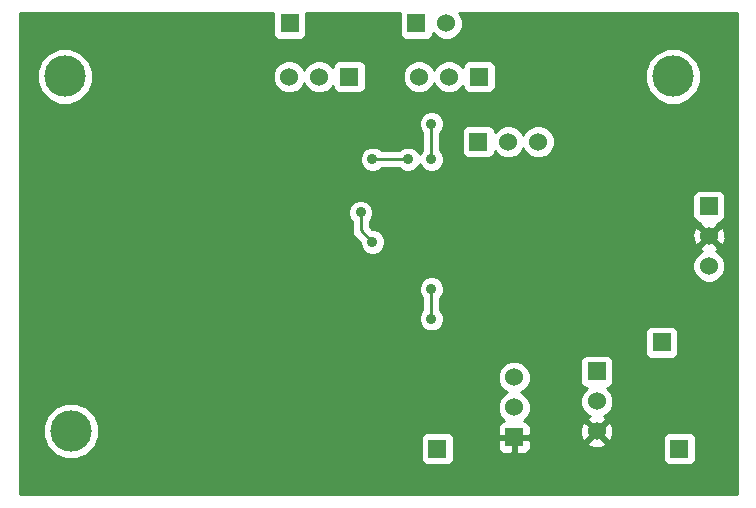
<source format=gbl>
%FSLAX34Y34*%
G04 Gerber Fmt 3.4, Leading zero omitted, Abs format*
G04 (created by PCBNEW (2014-02-26 BZR 4721)-product) date Monday, 21 March 2016 14:49:10*
%MOIN*%
G01*
G70*
G90*
G04 APERTURE LIST*
%ADD10C,0.005906*%
%ADD11R,0.060000X0.060000*%
%ADD12C,0.060000*%
%ADD13C,0.137795*%
%ADD14C,0.035000*%
%ADD15C,0.010000*%
G04 APERTURE END LIST*
G54D10*
G54D11*
X65944Y-38763D03*
G54D12*
X65944Y-39763D03*
X65944Y-40763D03*
G54D11*
X56889Y-46850D03*
X64960Y-46850D03*
X64370Y-43307D03*
X51968Y-32677D03*
X59448Y-46472D03*
G54D12*
X59448Y-45472D03*
X59448Y-44472D03*
G54D11*
X62204Y-44275D03*
G54D12*
X62204Y-45275D03*
X62204Y-46275D03*
G54D11*
X53952Y-34448D03*
G54D12*
X52952Y-34448D03*
X51952Y-34448D03*
G54D11*
X58251Y-36614D03*
G54D12*
X59251Y-36614D03*
X60251Y-36614D03*
G54D11*
X58283Y-34448D03*
G54D12*
X57283Y-34448D03*
X56283Y-34448D03*
G54D11*
X56192Y-32677D03*
G54D12*
X57192Y-32677D03*
G54D13*
X44472Y-34444D03*
X44669Y-46255D03*
X64748Y-34444D03*
G54D14*
X61023Y-39960D03*
X57874Y-41535D03*
X57283Y-41535D03*
X54724Y-42322D03*
X53149Y-45669D03*
X47440Y-44094D03*
X47047Y-37007D03*
X57480Y-37401D03*
X55905Y-37204D03*
X54724Y-37204D03*
X54330Y-38976D03*
X54724Y-39960D03*
X56692Y-41535D03*
X56692Y-42519D03*
X56692Y-36023D03*
X56692Y-37204D03*
G54D15*
X54724Y-37204D02*
X55905Y-37204D01*
X54330Y-39566D02*
X54330Y-38976D01*
X54724Y-39960D02*
X54330Y-39566D01*
X56692Y-42519D02*
X56692Y-41535D01*
X56692Y-37204D02*
X56692Y-36023D01*
G54D10*
G36*
X66879Y-48375D02*
X66499Y-48375D01*
X66499Y-39845D01*
X66494Y-39750D01*
X66494Y-39113D01*
X66494Y-39014D01*
X66494Y-38414D01*
X66456Y-38322D01*
X66386Y-38251D01*
X66294Y-38213D01*
X66195Y-38213D01*
X65687Y-38213D01*
X65687Y-34258D01*
X65544Y-33913D01*
X65280Y-33649D01*
X64935Y-33506D01*
X64562Y-33505D01*
X64216Y-33648D01*
X63952Y-33912D01*
X63809Y-34257D01*
X63808Y-34630D01*
X63951Y-34976D01*
X64215Y-35240D01*
X64560Y-35383D01*
X64933Y-35384D01*
X65279Y-35241D01*
X65543Y-34977D01*
X65686Y-34632D01*
X65687Y-34258D01*
X65687Y-38213D01*
X65595Y-38213D01*
X65503Y-38251D01*
X65432Y-38322D01*
X65394Y-38414D01*
X65394Y-38513D01*
X65394Y-39113D01*
X65432Y-39205D01*
X65503Y-39275D01*
X65595Y-39313D01*
X65648Y-39313D01*
X65629Y-39377D01*
X65944Y-39693D01*
X66260Y-39377D01*
X66241Y-39313D01*
X66294Y-39313D01*
X66386Y-39275D01*
X66456Y-39205D01*
X66494Y-39113D01*
X66494Y-39750D01*
X66488Y-39627D01*
X66426Y-39475D01*
X66330Y-39448D01*
X66015Y-39763D01*
X66330Y-40078D01*
X66426Y-40051D01*
X66499Y-39845D01*
X66499Y-48375D01*
X66494Y-48375D01*
X66494Y-40654D01*
X66411Y-40452D01*
X66256Y-40297D01*
X66181Y-40266D01*
X66232Y-40245D01*
X66260Y-40149D01*
X65944Y-39834D01*
X65874Y-39905D01*
X65874Y-39763D01*
X65558Y-39448D01*
X65463Y-39475D01*
X65390Y-39682D01*
X65401Y-39900D01*
X65463Y-40051D01*
X65558Y-40078D01*
X65874Y-39763D01*
X65874Y-39905D01*
X65629Y-40149D01*
X65657Y-40245D01*
X65712Y-40264D01*
X65633Y-40297D01*
X65478Y-40451D01*
X65394Y-40653D01*
X65394Y-40872D01*
X65478Y-41074D01*
X65632Y-41229D01*
X65835Y-41313D01*
X66053Y-41313D01*
X66256Y-41230D01*
X66410Y-41075D01*
X66494Y-40873D01*
X66494Y-40654D01*
X66494Y-48375D01*
X65510Y-48375D01*
X65510Y-47200D01*
X65510Y-47100D01*
X65510Y-46500D01*
X65472Y-46408D01*
X65402Y-46338D01*
X65310Y-46300D01*
X65210Y-46300D01*
X64920Y-46300D01*
X64920Y-43656D01*
X64920Y-43557D01*
X64920Y-42957D01*
X64882Y-42865D01*
X64811Y-42795D01*
X64719Y-42757D01*
X64620Y-42757D01*
X64020Y-42757D01*
X63928Y-42795D01*
X63858Y-42865D01*
X63820Y-42957D01*
X63820Y-43056D01*
X63820Y-43656D01*
X63858Y-43748D01*
X63928Y-43819D01*
X64020Y-43857D01*
X64119Y-43857D01*
X64719Y-43857D01*
X64811Y-43819D01*
X64882Y-43748D01*
X64920Y-43656D01*
X64920Y-46300D01*
X64610Y-46300D01*
X64519Y-46338D01*
X64448Y-46408D01*
X64410Y-46500D01*
X64410Y-46600D01*
X64410Y-47200D01*
X64448Y-47292D01*
X64519Y-47362D01*
X64610Y-47400D01*
X64710Y-47400D01*
X65310Y-47400D01*
X65402Y-47362D01*
X65472Y-47292D01*
X65510Y-47200D01*
X65510Y-48375D01*
X62759Y-48375D01*
X62759Y-46357D01*
X62754Y-46263D01*
X62754Y-45166D01*
X62671Y-44964D01*
X62532Y-44825D01*
X62554Y-44825D01*
X62646Y-44787D01*
X62716Y-44717D01*
X62754Y-44625D01*
X62754Y-44525D01*
X62754Y-43925D01*
X62716Y-43833D01*
X62646Y-43763D01*
X62554Y-43725D01*
X62454Y-43725D01*
X61854Y-43725D01*
X61763Y-43763D01*
X61692Y-43833D01*
X61654Y-43925D01*
X61654Y-44025D01*
X61654Y-44625D01*
X61692Y-44717D01*
X61763Y-44787D01*
X61854Y-44825D01*
X61877Y-44825D01*
X61738Y-44963D01*
X61654Y-45165D01*
X61654Y-45384D01*
X61738Y-45586D01*
X61892Y-45741D01*
X61968Y-45772D01*
X61916Y-45794D01*
X61889Y-45889D01*
X62204Y-46204D01*
X62519Y-45889D01*
X62492Y-45794D01*
X62437Y-45774D01*
X62515Y-45742D01*
X62670Y-45587D01*
X62754Y-45385D01*
X62754Y-45166D01*
X62754Y-46263D01*
X62748Y-46138D01*
X62685Y-45987D01*
X62590Y-45960D01*
X62275Y-46275D01*
X62590Y-46590D01*
X62685Y-46563D01*
X62759Y-46357D01*
X62759Y-48375D01*
X62519Y-48375D01*
X62519Y-46661D01*
X62204Y-46346D01*
X62134Y-46417D01*
X62134Y-46275D01*
X61818Y-45960D01*
X61723Y-45987D01*
X61649Y-46193D01*
X61660Y-46412D01*
X61723Y-46563D01*
X61818Y-46590D01*
X62134Y-46275D01*
X62134Y-46417D01*
X61889Y-46661D01*
X61916Y-46756D01*
X62122Y-46830D01*
X62341Y-46819D01*
X62492Y-46756D01*
X62519Y-46661D01*
X62519Y-48375D01*
X60802Y-48375D01*
X60802Y-36505D01*
X60718Y-36303D01*
X60563Y-36148D01*
X60361Y-36064D01*
X60143Y-36064D01*
X59940Y-36147D01*
X59785Y-36302D01*
X59751Y-36384D01*
X59718Y-36303D01*
X59563Y-36148D01*
X59361Y-36064D01*
X59143Y-36064D01*
X58940Y-36147D01*
X58833Y-36254D01*
X58833Y-34798D01*
X58833Y-34699D01*
X58833Y-34099D01*
X58795Y-34007D01*
X58725Y-33936D01*
X58633Y-33898D01*
X58533Y-33898D01*
X57933Y-33898D01*
X57841Y-33936D01*
X57771Y-34007D01*
X57733Y-34099D01*
X57733Y-34121D01*
X57595Y-33982D01*
X57393Y-33898D01*
X57174Y-33898D01*
X56972Y-33982D01*
X56817Y-34136D01*
X56783Y-34218D01*
X56750Y-34137D01*
X56595Y-33982D01*
X56393Y-33898D01*
X56174Y-33898D01*
X55972Y-33982D01*
X55817Y-34136D01*
X55733Y-34338D01*
X55733Y-34557D01*
X55816Y-34759D01*
X55971Y-34914D01*
X56173Y-34998D01*
X56392Y-34998D01*
X56594Y-34915D01*
X56749Y-34760D01*
X56783Y-34678D01*
X56816Y-34759D01*
X56971Y-34914D01*
X57173Y-34998D01*
X57392Y-34998D01*
X57594Y-34915D01*
X57733Y-34776D01*
X57733Y-34798D01*
X57771Y-34890D01*
X57841Y-34960D01*
X57933Y-34998D01*
X58033Y-34998D01*
X58633Y-34998D01*
X58725Y-34960D01*
X58795Y-34890D01*
X58833Y-34798D01*
X58833Y-36254D01*
X58801Y-36286D01*
X58801Y-36264D01*
X58763Y-36172D01*
X58693Y-36102D01*
X58601Y-36064D01*
X58502Y-36064D01*
X57902Y-36064D01*
X57810Y-36102D01*
X57740Y-36172D01*
X57701Y-36264D01*
X57701Y-36363D01*
X57701Y-36963D01*
X57740Y-37055D01*
X57810Y-37126D01*
X57902Y-37164D01*
X58001Y-37164D01*
X58601Y-37164D01*
X58693Y-37126D01*
X58763Y-37055D01*
X58801Y-36963D01*
X58801Y-36941D01*
X58940Y-37080D01*
X59142Y-37164D01*
X59360Y-37164D01*
X59563Y-37080D01*
X59717Y-36926D01*
X59751Y-36844D01*
X59785Y-36925D01*
X59940Y-37080D01*
X60142Y-37164D01*
X60360Y-37164D01*
X60563Y-37080D01*
X60717Y-36926D01*
X60801Y-36724D01*
X60802Y-36505D01*
X60802Y-48375D01*
X59998Y-48375D01*
X59998Y-45363D01*
X59915Y-45161D01*
X59760Y-45006D01*
X59678Y-44972D01*
X59759Y-44938D01*
X59914Y-44784D01*
X59998Y-44582D01*
X59998Y-44363D01*
X59915Y-44161D01*
X59760Y-44006D01*
X59558Y-43922D01*
X59339Y-43922D01*
X59137Y-44005D01*
X58982Y-44160D01*
X58898Y-44362D01*
X58898Y-44581D01*
X58982Y-44783D01*
X59136Y-44938D01*
X59218Y-44972D01*
X59137Y-45005D01*
X58982Y-45160D01*
X58898Y-45362D01*
X58898Y-45581D01*
X58982Y-45783D01*
X59120Y-45922D01*
X59099Y-45922D01*
X59007Y-45960D01*
X58936Y-46030D01*
X58898Y-46122D01*
X58898Y-46359D01*
X58961Y-46422D01*
X59398Y-46422D01*
X59398Y-46414D01*
X59498Y-46414D01*
X59498Y-46422D01*
X59936Y-46422D01*
X59998Y-46359D01*
X59998Y-46122D01*
X59960Y-46030D01*
X59890Y-45960D01*
X59798Y-45922D01*
X59776Y-45922D01*
X59914Y-45784D01*
X59998Y-45582D01*
X59998Y-45363D01*
X59998Y-48375D01*
X59998Y-48375D01*
X59998Y-46822D01*
X59998Y-46584D01*
X59936Y-46522D01*
X59498Y-46522D01*
X59498Y-46959D01*
X59561Y-47022D01*
X59699Y-47022D01*
X59798Y-47022D01*
X59890Y-46984D01*
X59960Y-46914D01*
X59998Y-46822D01*
X59998Y-48375D01*
X59398Y-48375D01*
X59398Y-46959D01*
X59398Y-46522D01*
X58961Y-46522D01*
X58898Y-46584D01*
X58898Y-46822D01*
X58936Y-46914D01*
X59007Y-46984D01*
X59099Y-47022D01*
X59198Y-47022D01*
X59336Y-47022D01*
X59398Y-46959D01*
X59398Y-48375D01*
X57439Y-48375D01*
X57439Y-47200D01*
X57439Y-47100D01*
X57439Y-46500D01*
X57401Y-46408D01*
X57331Y-46338D01*
X57239Y-46300D01*
X57140Y-46300D01*
X57117Y-46300D01*
X57117Y-42435D01*
X57053Y-42279D01*
X56992Y-42218D01*
X56992Y-41836D01*
X57053Y-41776D01*
X57117Y-41620D01*
X57117Y-41451D01*
X57117Y-37120D01*
X57053Y-36964D01*
X56992Y-36903D01*
X56992Y-36324D01*
X57053Y-36264D01*
X57117Y-36108D01*
X57117Y-35939D01*
X57053Y-35783D01*
X56933Y-35663D01*
X56777Y-35598D01*
X56608Y-35598D01*
X56452Y-35663D01*
X56332Y-35782D01*
X56267Y-35938D01*
X56267Y-36107D01*
X56332Y-36264D01*
X56392Y-36324D01*
X56392Y-36903D01*
X56332Y-36963D01*
X56299Y-37044D01*
X56266Y-36964D01*
X56146Y-36844D01*
X55990Y-36779D01*
X55821Y-36779D01*
X55665Y-36844D01*
X55604Y-36904D01*
X55025Y-36904D01*
X54965Y-36844D01*
X54809Y-36779D01*
X54640Y-36779D01*
X54502Y-36836D01*
X54502Y-34798D01*
X54502Y-34699D01*
X54502Y-34099D01*
X54464Y-34007D01*
X54394Y-33936D01*
X54302Y-33898D01*
X54203Y-33898D01*
X53603Y-33898D01*
X53511Y-33936D01*
X53440Y-34007D01*
X53402Y-34099D01*
X53402Y-34121D01*
X53264Y-33982D01*
X53062Y-33898D01*
X52843Y-33898D01*
X52641Y-33982D01*
X52486Y-34136D01*
X52452Y-34218D01*
X52419Y-34137D01*
X52264Y-33982D01*
X52062Y-33898D01*
X51843Y-33898D01*
X51641Y-33982D01*
X51486Y-34136D01*
X51402Y-34338D01*
X51402Y-34557D01*
X51486Y-34759D01*
X51640Y-34914D01*
X51842Y-34998D01*
X52061Y-34998D01*
X52263Y-34915D01*
X52418Y-34760D01*
X52452Y-34678D01*
X52486Y-34759D01*
X52640Y-34914D01*
X52842Y-34998D01*
X53061Y-34998D01*
X53263Y-34915D01*
X53402Y-34776D01*
X53402Y-34798D01*
X53440Y-34890D01*
X53511Y-34960D01*
X53603Y-34998D01*
X53702Y-34998D01*
X54302Y-34998D01*
X54394Y-34960D01*
X54464Y-34890D01*
X54502Y-34798D01*
X54502Y-36836D01*
X54483Y-36844D01*
X54364Y-36963D01*
X54299Y-37119D01*
X54299Y-37288D01*
X54363Y-37445D01*
X54483Y-37564D01*
X54639Y-37629D01*
X54808Y-37629D01*
X54964Y-37565D01*
X55025Y-37504D01*
X55604Y-37504D01*
X55664Y-37564D01*
X55820Y-37629D01*
X55989Y-37629D01*
X56145Y-37565D01*
X56265Y-37445D01*
X56299Y-37364D01*
X56332Y-37445D01*
X56451Y-37564D01*
X56608Y-37629D01*
X56777Y-37629D01*
X56933Y-37565D01*
X57053Y-37445D01*
X57117Y-37289D01*
X57117Y-37120D01*
X57117Y-41451D01*
X57053Y-41295D01*
X56933Y-41175D01*
X56777Y-41110D01*
X56608Y-41110D01*
X56452Y-41174D01*
X56332Y-41294D01*
X56267Y-41450D01*
X56267Y-41619D01*
X56332Y-41775D01*
X56392Y-41836D01*
X56392Y-42218D01*
X56332Y-42278D01*
X56267Y-42434D01*
X56267Y-42603D01*
X56332Y-42760D01*
X56451Y-42879D01*
X56608Y-42944D01*
X56777Y-42944D01*
X56933Y-42880D01*
X57053Y-42760D01*
X57117Y-42604D01*
X57117Y-42435D01*
X57117Y-46300D01*
X56540Y-46300D01*
X56448Y-46338D01*
X56377Y-46408D01*
X56339Y-46500D01*
X56339Y-46600D01*
X56339Y-47200D01*
X56377Y-47292D01*
X56448Y-47362D01*
X56540Y-47400D01*
X56639Y-47400D01*
X57239Y-47400D01*
X57331Y-47362D01*
X57401Y-47292D01*
X57439Y-47200D01*
X57439Y-48375D01*
X55149Y-48375D01*
X55149Y-39876D01*
X55084Y-39720D01*
X54965Y-39600D01*
X54809Y-39535D01*
X54723Y-39535D01*
X54630Y-39442D01*
X54630Y-39277D01*
X54690Y-39217D01*
X54755Y-39061D01*
X54755Y-38892D01*
X54691Y-38735D01*
X54571Y-38616D01*
X54415Y-38551D01*
X54246Y-38551D01*
X54090Y-38615D01*
X53970Y-38735D01*
X53905Y-38891D01*
X53905Y-39060D01*
X53970Y-39216D01*
X54030Y-39277D01*
X54030Y-39566D01*
X54053Y-39681D01*
X54118Y-39779D01*
X54299Y-39959D01*
X54299Y-40044D01*
X54363Y-40201D01*
X54483Y-40320D01*
X54639Y-40385D01*
X54808Y-40385D01*
X54964Y-40321D01*
X55084Y-40201D01*
X55149Y-40045D01*
X55149Y-39876D01*
X55149Y-48375D01*
X45608Y-48375D01*
X45608Y-46069D01*
X45465Y-45724D01*
X45411Y-45670D01*
X45411Y-34258D01*
X45268Y-33913D01*
X45005Y-33649D01*
X44660Y-33506D01*
X44286Y-33505D01*
X43941Y-33648D01*
X43676Y-33912D01*
X43533Y-34257D01*
X43533Y-34630D01*
X43675Y-34976D01*
X43939Y-35240D01*
X44284Y-35383D01*
X44658Y-35384D01*
X45003Y-35241D01*
X45268Y-34977D01*
X45411Y-34632D01*
X45411Y-34258D01*
X45411Y-45670D01*
X45201Y-45460D01*
X44856Y-45317D01*
X44483Y-45316D01*
X44138Y-45459D01*
X43873Y-45723D01*
X43730Y-46068D01*
X43730Y-46441D01*
X43872Y-46787D01*
X44136Y-47051D01*
X44481Y-47194D01*
X44855Y-47195D01*
X45200Y-47052D01*
X45464Y-46788D01*
X45608Y-46443D01*
X45608Y-46069D01*
X45608Y-48375D01*
X42963Y-48375D01*
X42963Y-32333D01*
X51418Y-32333D01*
X51418Y-32426D01*
X51418Y-33026D01*
X51456Y-33118D01*
X51526Y-33189D01*
X51618Y-33227D01*
X51718Y-33227D01*
X52318Y-33227D01*
X52410Y-33189D01*
X52480Y-33118D01*
X52518Y-33026D01*
X52518Y-32927D01*
X52518Y-32333D01*
X55642Y-32333D01*
X55642Y-32426D01*
X55642Y-33026D01*
X55680Y-33118D01*
X55751Y-33189D01*
X55843Y-33227D01*
X55942Y-33227D01*
X56542Y-33227D01*
X56634Y-33189D01*
X56704Y-33118D01*
X56742Y-33026D01*
X56742Y-33004D01*
X56880Y-33143D01*
X57083Y-33227D01*
X57301Y-33227D01*
X57504Y-33143D01*
X57658Y-32989D01*
X57742Y-32787D01*
X57743Y-32568D01*
X57659Y-32366D01*
X57626Y-32333D01*
X66879Y-32333D01*
X66879Y-48375D01*
X66879Y-48375D01*
G37*
G54D15*
X66879Y-48375D02*
X66499Y-48375D01*
X66499Y-39845D01*
X66494Y-39750D01*
X66494Y-39113D01*
X66494Y-39014D01*
X66494Y-38414D01*
X66456Y-38322D01*
X66386Y-38251D01*
X66294Y-38213D01*
X66195Y-38213D01*
X65687Y-38213D01*
X65687Y-34258D01*
X65544Y-33913D01*
X65280Y-33649D01*
X64935Y-33506D01*
X64562Y-33505D01*
X64216Y-33648D01*
X63952Y-33912D01*
X63809Y-34257D01*
X63808Y-34630D01*
X63951Y-34976D01*
X64215Y-35240D01*
X64560Y-35383D01*
X64933Y-35384D01*
X65279Y-35241D01*
X65543Y-34977D01*
X65686Y-34632D01*
X65687Y-34258D01*
X65687Y-38213D01*
X65595Y-38213D01*
X65503Y-38251D01*
X65432Y-38322D01*
X65394Y-38414D01*
X65394Y-38513D01*
X65394Y-39113D01*
X65432Y-39205D01*
X65503Y-39275D01*
X65595Y-39313D01*
X65648Y-39313D01*
X65629Y-39377D01*
X65944Y-39693D01*
X66260Y-39377D01*
X66241Y-39313D01*
X66294Y-39313D01*
X66386Y-39275D01*
X66456Y-39205D01*
X66494Y-39113D01*
X66494Y-39750D01*
X66488Y-39627D01*
X66426Y-39475D01*
X66330Y-39448D01*
X66015Y-39763D01*
X66330Y-40078D01*
X66426Y-40051D01*
X66499Y-39845D01*
X66499Y-48375D01*
X66494Y-48375D01*
X66494Y-40654D01*
X66411Y-40452D01*
X66256Y-40297D01*
X66181Y-40266D01*
X66232Y-40245D01*
X66260Y-40149D01*
X65944Y-39834D01*
X65874Y-39905D01*
X65874Y-39763D01*
X65558Y-39448D01*
X65463Y-39475D01*
X65390Y-39682D01*
X65401Y-39900D01*
X65463Y-40051D01*
X65558Y-40078D01*
X65874Y-39763D01*
X65874Y-39905D01*
X65629Y-40149D01*
X65657Y-40245D01*
X65712Y-40264D01*
X65633Y-40297D01*
X65478Y-40451D01*
X65394Y-40653D01*
X65394Y-40872D01*
X65478Y-41074D01*
X65632Y-41229D01*
X65835Y-41313D01*
X66053Y-41313D01*
X66256Y-41230D01*
X66410Y-41075D01*
X66494Y-40873D01*
X66494Y-40654D01*
X66494Y-48375D01*
X65510Y-48375D01*
X65510Y-47200D01*
X65510Y-47100D01*
X65510Y-46500D01*
X65472Y-46408D01*
X65402Y-46338D01*
X65310Y-46300D01*
X65210Y-46300D01*
X64920Y-46300D01*
X64920Y-43656D01*
X64920Y-43557D01*
X64920Y-42957D01*
X64882Y-42865D01*
X64811Y-42795D01*
X64719Y-42757D01*
X64620Y-42757D01*
X64020Y-42757D01*
X63928Y-42795D01*
X63858Y-42865D01*
X63820Y-42957D01*
X63820Y-43056D01*
X63820Y-43656D01*
X63858Y-43748D01*
X63928Y-43819D01*
X64020Y-43857D01*
X64119Y-43857D01*
X64719Y-43857D01*
X64811Y-43819D01*
X64882Y-43748D01*
X64920Y-43656D01*
X64920Y-46300D01*
X64610Y-46300D01*
X64519Y-46338D01*
X64448Y-46408D01*
X64410Y-46500D01*
X64410Y-46600D01*
X64410Y-47200D01*
X64448Y-47292D01*
X64519Y-47362D01*
X64610Y-47400D01*
X64710Y-47400D01*
X65310Y-47400D01*
X65402Y-47362D01*
X65472Y-47292D01*
X65510Y-47200D01*
X65510Y-48375D01*
X62759Y-48375D01*
X62759Y-46357D01*
X62754Y-46263D01*
X62754Y-45166D01*
X62671Y-44964D01*
X62532Y-44825D01*
X62554Y-44825D01*
X62646Y-44787D01*
X62716Y-44717D01*
X62754Y-44625D01*
X62754Y-44525D01*
X62754Y-43925D01*
X62716Y-43833D01*
X62646Y-43763D01*
X62554Y-43725D01*
X62454Y-43725D01*
X61854Y-43725D01*
X61763Y-43763D01*
X61692Y-43833D01*
X61654Y-43925D01*
X61654Y-44025D01*
X61654Y-44625D01*
X61692Y-44717D01*
X61763Y-44787D01*
X61854Y-44825D01*
X61877Y-44825D01*
X61738Y-44963D01*
X61654Y-45165D01*
X61654Y-45384D01*
X61738Y-45586D01*
X61892Y-45741D01*
X61968Y-45772D01*
X61916Y-45794D01*
X61889Y-45889D01*
X62204Y-46204D01*
X62519Y-45889D01*
X62492Y-45794D01*
X62437Y-45774D01*
X62515Y-45742D01*
X62670Y-45587D01*
X62754Y-45385D01*
X62754Y-45166D01*
X62754Y-46263D01*
X62748Y-46138D01*
X62685Y-45987D01*
X62590Y-45960D01*
X62275Y-46275D01*
X62590Y-46590D01*
X62685Y-46563D01*
X62759Y-46357D01*
X62759Y-48375D01*
X62519Y-48375D01*
X62519Y-46661D01*
X62204Y-46346D01*
X62134Y-46417D01*
X62134Y-46275D01*
X61818Y-45960D01*
X61723Y-45987D01*
X61649Y-46193D01*
X61660Y-46412D01*
X61723Y-46563D01*
X61818Y-46590D01*
X62134Y-46275D01*
X62134Y-46417D01*
X61889Y-46661D01*
X61916Y-46756D01*
X62122Y-46830D01*
X62341Y-46819D01*
X62492Y-46756D01*
X62519Y-46661D01*
X62519Y-48375D01*
X60802Y-48375D01*
X60802Y-36505D01*
X60718Y-36303D01*
X60563Y-36148D01*
X60361Y-36064D01*
X60143Y-36064D01*
X59940Y-36147D01*
X59785Y-36302D01*
X59751Y-36384D01*
X59718Y-36303D01*
X59563Y-36148D01*
X59361Y-36064D01*
X59143Y-36064D01*
X58940Y-36147D01*
X58833Y-36254D01*
X58833Y-34798D01*
X58833Y-34699D01*
X58833Y-34099D01*
X58795Y-34007D01*
X58725Y-33936D01*
X58633Y-33898D01*
X58533Y-33898D01*
X57933Y-33898D01*
X57841Y-33936D01*
X57771Y-34007D01*
X57733Y-34099D01*
X57733Y-34121D01*
X57595Y-33982D01*
X57393Y-33898D01*
X57174Y-33898D01*
X56972Y-33982D01*
X56817Y-34136D01*
X56783Y-34218D01*
X56750Y-34137D01*
X56595Y-33982D01*
X56393Y-33898D01*
X56174Y-33898D01*
X55972Y-33982D01*
X55817Y-34136D01*
X55733Y-34338D01*
X55733Y-34557D01*
X55816Y-34759D01*
X55971Y-34914D01*
X56173Y-34998D01*
X56392Y-34998D01*
X56594Y-34915D01*
X56749Y-34760D01*
X56783Y-34678D01*
X56816Y-34759D01*
X56971Y-34914D01*
X57173Y-34998D01*
X57392Y-34998D01*
X57594Y-34915D01*
X57733Y-34776D01*
X57733Y-34798D01*
X57771Y-34890D01*
X57841Y-34960D01*
X57933Y-34998D01*
X58033Y-34998D01*
X58633Y-34998D01*
X58725Y-34960D01*
X58795Y-34890D01*
X58833Y-34798D01*
X58833Y-36254D01*
X58801Y-36286D01*
X58801Y-36264D01*
X58763Y-36172D01*
X58693Y-36102D01*
X58601Y-36064D01*
X58502Y-36064D01*
X57902Y-36064D01*
X57810Y-36102D01*
X57740Y-36172D01*
X57701Y-36264D01*
X57701Y-36363D01*
X57701Y-36963D01*
X57740Y-37055D01*
X57810Y-37126D01*
X57902Y-37164D01*
X58001Y-37164D01*
X58601Y-37164D01*
X58693Y-37126D01*
X58763Y-37055D01*
X58801Y-36963D01*
X58801Y-36941D01*
X58940Y-37080D01*
X59142Y-37164D01*
X59360Y-37164D01*
X59563Y-37080D01*
X59717Y-36926D01*
X59751Y-36844D01*
X59785Y-36925D01*
X59940Y-37080D01*
X60142Y-37164D01*
X60360Y-37164D01*
X60563Y-37080D01*
X60717Y-36926D01*
X60801Y-36724D01*
X60802Y-36505D01*
X60802Y-48375D01*
X59998Y-48375D01*
X59998Y-45363D01*
X59915Y-45161D01*
X59760Y-45006D01*
X59678Y-44972D01*
X59759Y-44938D01*
X59914Y-44784D01*
X59998Y-44582D01*
X59998Y-44363D01*
X59915Y-44161D01*
X59760Y-44006D01*
X59558Y-43922D01*
X59339Y-43922D01*
X59137Y-44005D01*
X58982Y-44160D01*
X58898Y-44362D01*
X58898Y-44581D01*
X58982Y-44783D01*
X59136Y-44938D01*
X59218Y-44972D01*
X59137Y-45005D01*
X58982Y-45160D01*
X58898Y-45362D01*
X58898Y-45581D01*
X58982Y-45783D01*
X59120Y-45922D01*
X59099Y-45922D01*
X59007Y-45960D01*
X58936Y-46030D01*
X58898Y-46122D01*
X58898Y-46359D01*
X58961Y-46422D01*
X59398Y-46422D01*
X59398Y-46414D01*
X59498Y-46414D01*
X59498Y-46422D01*
X59936Y-46422D01*
X59998Y-46359D01*
X59998Y-46122D01*
X59960Y-46030D01*
X59890Y-45960D01*
X59798Y-45922D01*
X59776Y-45922D01*
X59914Y-45784D01*
X59998Y-45582D01*
X59998Y-45363D01*
X59998Y-48375D01*
X59998Y-48375D01*
X59998Y-46822D01*
X59998Y-46584D01*
X59936Y-46522D01*
X59498Y-46522D01*
X59498Y-46959D01*
X59561Y-47022D01*
X59699Y-47022D01*
X59798Y-47022D01*
X59890Y-46984D01*
X59960Y-46914D01*
X59998Y-46822D01*
X59998Y-48375D01*
X59398Y-48375D01*
X59398Y-46959D01*
X59398Y-46522D01*
X58961Y-46522D01*
X58898Y-46584D01*
X58898Y-46822D01*
X58936Y-46914D01*
X59007Y-46984D01*
X59099Y-47022D01*
X59198Y-47022D01*
X59336Y-47022D01*
X59398Y-46959D01*
X59398Y-48375D01*
X57439Y-48375D01*
X57439Y-47200D01*
X57439Y-47100D01*
X57439Y-46500D01*
X57401Y-46408D01*
X57331Y-46338D01*
X57239Y-46300D01*
X57140Y-46300D01*
X57117Y-46300D01*
X57117Y-42435D01*
X57053Y-42279D01*
X56992Y-42218D01*
X56992Y-41836D01*
X57053Y-41776D01*
X57117Y-41620D01*
X57117Y-41451D01*
X57117Y-37120D01*
X57053Y-36964D01*
X56992Y-36903D01*
X56992Y-36324D01*
X57053Y-36264D01*
X57117Y-36108D01*
X57117Y-35939D01*
X57053Y-35783D01*
X56933Y-35663D01*
X56777Y-35598D01*
X56608Y-35598D01*
X56452Y-35663D01*
X56332Y-35782D01*
X56267Y-35938D01*
X56267Y-36107D01*
X56332Y-36264D01*
X56392Y-36324D01*
X56392Y-36903D01*
X56332Y-36963D01*
X56299Y-37044D01*
X56266Y-36964D01*
X56146Y-36844D01*
X55990Y-36779D01*
X55821Y-36779D01*
X55665Y-36844D01*
X55604Y-36904D01*
X55025Y-36904D01*
X54965Y-36844D01*
X54809Y-36779D01*
X54640Y-36779D01*
X54502Y-36836D01*
X54502Y-34798D01*
X54502Y-34699D01*
X54502Y-34099D01*
X54464Y-34007D01*
X54394Y-33936D01*
X54302Y-33898D01*
X54203Y-33898D01*
X53603Y-33898D01*
X53511Y-33936D01*
X53440Y-34007D01*
X53402Y-34099D01*
X53402Y-34121D01*
X53264Y-33982D01*
X53062Y-33898D01*
X52843Y-33898D01*
X52641Y-33982D01*
X52486Y-34136D01*
X52452Y-34218D01*
X52419Y-34137D01*
X52264Y-33982D01*
X52062Y-33898D01*
X51843Y-33898D01*
X51641Y-33982D01*
X51486Y-34136D01*
X51402Y-34338D01*
X51402Y-34557D01*
X51486Y-34759D01*
X51640Y-34914D01*
X51842Y-34998D01*
X52061Y-34998D01*
X52263Y-34915D01*
X52418Y-34760D01*
X52452Y-34678D01*
X52486Y-34759D01*
X52640Y-34914D01*
X52842Y-34998D01*
X53061Y-34998D01*
X53263Y-34915D01*
X53402Y-34776D01*
X53402Y-34798D01*
X53440Y-34890D01*
X53511Y-34960D01*
X53603Y-34998D01*
X53702Y-34998D01*
X54302Y-34998D01*
X54394Y-34960D01*
X54464Y-34890D01*
X54502Y-34798D01*
X54502Y-36836D01*
X54483Y-36844D01*
X54364Y-36963D01*
X54299Y-37119D01*
X54299Y-37288D01*
X54363Y-37445D01*
X54483Y-37564D01*
X54639Y-37629D01*
X54808Y-37629D01*
X54964Y-37565D01*
X55025Y-37504D01*
X55604Y-37504D01*
X55664Y-37564D01*
X55820Y-37629D01*
X55989Y-37629D01*
X56145Y-37565D01*
X56265Y-37445D01*
X56299Y-37364D01*
X56332Y-37445D01*
X56451Y-37564D01*
X56608Y-37629D01*
X56777Y-37629D01*
X56933Y-37565D01*
X57053Y-37445D01*
X57117Y-37289D01*
X57117Y-37120D01*
X57117Y-41451D01*
X57053Y-41295D01*
X56933Y-41175D01*
X56777Y-41110D01*
X56608Y-41110D01*
X56452Y-41174D01*
X56332Y-41294D01*
X56267Y-41450D01*
X56267Y-41619D01*
X56332Y-41775D01*
X56392Y-41836D01*
X56392Y-42218D01*
X56332Y-42278D01*
X56267Y-42434D01*
X56267Y-42603D01*
X56332Y-42760D01*
X56451Y-42879D01*
X56608Y-42944D01*
X56777Y-42944D01*
X56933Y-42880D01*
X57053Y-42760D01*
X57117Y-42604D01*
X57117Y-42435D01*
X57117Y-46300D01*
X56540Y-46300D01*
X56448Y-46338D01*
X56377Y-46408D01*
X56339Y-46500D01*
X56339Y-46600D01*
X56339Y-47200D01*
X56377Y-47292D01*
X56448Y-47362D01*
X56540Y-47400D01*
X56639Y-47400D01*
X57239Y-47400D01*
X57331Y-47362D01*
X57401Y-47292D01*
X57439Y-47200D01*
X57439Y-48375D01*
X55149Y-48375D01*
X55149Y-39876D01*
X55084Y-39720D01*
X54965Y-39600D01*
X54809Y-39535D01*
X54723Y-39535D01*
X54630Y-39442D01*
X54630Y-39277D01*
X54690Y-39217D01*
X54755Y-39061D01*
X54755Y-38892D01*
X54691Y-38735D01*
X54571Y-38616D01*
X54415Y-38551D01*
X54246Y-38551D01*
X54090Y-38615D01*
X53970Y-38735D01*
X53905Y-38891D01*
X53905Y-39060D01*
X53970Y-39216D01*
X54030Y-39277D01*
X54030Y-39566D01*
X54053Y-39681D01*
X54118Y-39779D01*
X54299Y-39959D01*
X54299Y-40044D01*
X54363Y-40201D01*
X54483Y-40320D01*
X54639Y-40385D01*
X54808Y-40385D01*
X54964Y-40321D01*
X55084Y-40201D01*
X55149Y-40045D01*
X55149Y-39876D01*
X55149Y-48375D01*
X45608Y-48375D01*
X45608Y-46069D01*
X45465Y-45724D01*
X45411Y-45670D01*
X45411Y-34258D01*
X45268Y-33913D01*
X45005Y-33649D01*
X44660Y-33506D01*
X44286Y-33505D01*
X43941Y-33648D01*
X43676Y-33912D01*
X43533Y-34257D01*
X43533Y-34630D01*
X43675Y-34976D01*
X43939Y-35240D01*
X44284Y-35383D01*
X44658Y-35384D01*
X45003Y-35241D01*
X45268Y-34977D01*
X45411Y-34632D01*
X45411Y-34258D01*
X45411Y-45670D01*
X45201Y-45460D01*
X44856Y-45317D01*
X44483Y-45316D01*
X44138Y-45459D01*
X43873Y-45723D01*
X43730Y-46068D01*
X43730Y-46441D01*
X43872Y-46787D01*
X44136Y-47051D01*
X44481Y-47194D01*
X44855Y-47195D01*
X45200Y-47052D01*
X45464Y-46788D01*
X45608Y-46443D01*
X45608Y-46069D01*
X45608Y-48375D01*
X42963Y-48375D01*
X42963Y-32333D01*
X51418Y-32333D01*
X51418Y-32426D01*
X51418Y-33026D01*
X51456Y-33118D01*
X51526Y-33189D01*
X51618Y-33227D01*
X51718Y-33227D01*
X52318Y-33227D01*
X52410Y-33189D01*
X52480Y-33118D01*
X52518Y-33026D01*
X52518Y-32927D01*
X52518Y-32333D01*
X55642Y-32333D01*
X55642Y-32426D01*
X55642Y-33026D01*
X55680Y-33118D01*
X55751Y-33189D01*
X55843Y-33227D01*
X55942Y-33227D01*
X56542Y-33227D01*
X56634Y-33189D01*
X56704Y-33118D01*
X56742Y-33026D01*
X56742Y-33004D01*
X56880Y-33143D01*
X57083Y-33227D01*
X57301Y-33227D01*
X57504Y-33143D01*
X57658Y-32989D01*
X57742Y-32787D01*
X57743Y-32568D01*
X57659Y-32366D01*
X57626Y-32333D01*
X66879Y-32333D01*
X66879Y-48375D01*
M02*

</source>
